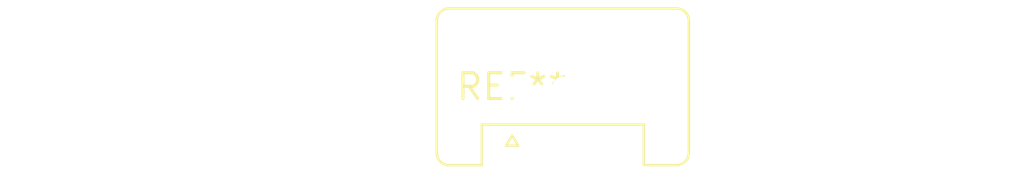
<source format=kicad_pcb>
(kicad_pcb (version 20240108) (generator pcbnew)
  (layers (0 "F.Cu" signal) (31 "B.Cu" signal) (34 "B.Paste" user) (35 "F.Paste" user) (36 "B.SilkS" user "B.Silkscreen") (37 "F.SilkS" user "F.Silkscreen") (38 "B.Mask" user) (39 "F.Mask" user) (44 "Edge.Cuts" user))
  (net 0 "")
  (footprint "Stocko_MKS_1653-6-0-303_1x3_P2.50mm_Vertical" (layer "F.Cu") (at 0 0)
    (property "Reference" "REF**")
    (property "Value" "Stocko_MKS_1653-6-0-303_1x3_P2.50mm_Vertical")
    (fp_line (start -3.71 -3.25) (end -3.71 3.25) (layer "F.SilkS") (stroke (width 0.12)))
    (fp_line (start -3.1 -3.86) (end 8.1 -3.86) (layer "F.SilkS") (stroke (width 0.12)))
    (fp_line (start -3.1 3.86) (end -1.49 3.86) (layer "F.SilkS") (stroke (width 0.12)))
    (fp_line (start -1.49 1.86) (end 6.49 1.86) (layer "F.SilkS") (stroke (width 0.12)))
    (fp_line (start -1.49 3.86) (end -1.49 1.86) (layer "F.SilkS") (stroke (width 0.12)))
    (fp_line (start -0.3 2.9) (end 0.3 2.9) (layer "F.SilkS") (stroke (width 0.12)))
    (fp_line (start 0 2.4) (end -0.3 2.9) (layer "F.SilkS") (stroke (width 0.12)))
    (fp_line (start 0.3 2.9) (end 0 2.4) (layer "F.SilkS") (stroke (width 0.12)))
    (fp_line (start 6.49 3.86) (end 6.49 1.86) (layer "F.SilkS") (stroke (width 0.12)))
    (fp_line (start 8.1 3.86) (end 6.49 3.86) (layer "F.SilkS") (stroke (width 0.12)))
    (fp_line (start 8.71 -3.25) (end 8.71 3.25) (layer "F.SilkS") (stroke (width 0.12)))
    (fp_arc (start -3.71 -3.25) (mid -3.531335 -3.681335) (end -3.1 -3.86) (layer "F.SilkS") (stroke (width 0.12)))
    (fp_arc (start -3.1 3.86) (mid -3.531335 3.681335) (end -3.71 3.25) (layer "F.SilkS") (stroke (width 0.12)))
    (fp_arc (start 8.1 -3.86) (mid 8.531335 -3.681335) (end 8.71 -3.25) (layer "F.SilkS") (stroke (width 0.12)))
    (fp_arc (start 8.71 3.25) (mid 8.531335 3.681335) (end 8.1 3.86) (layer "F.SilkS") (stroke (width 0.12)))
    (pad "1" thru_hole roundrect (at 0 0) (size 1.5 2) (drill 1) (layers *.Cu *.Mask) (remove_unused_layers))
    (pad "2" thru_hole oval (at 2.5 0) (size 1.5 2) (drill 1) (layers *.Cu *.Mask) (remove_unused_layers))
    (pad "3" thru_hole oval (at 5 0) (size 1.5 2) (drill 1) (layers *.Cu *.Mask) (remove_unused_layers))
  )
)
</source>
